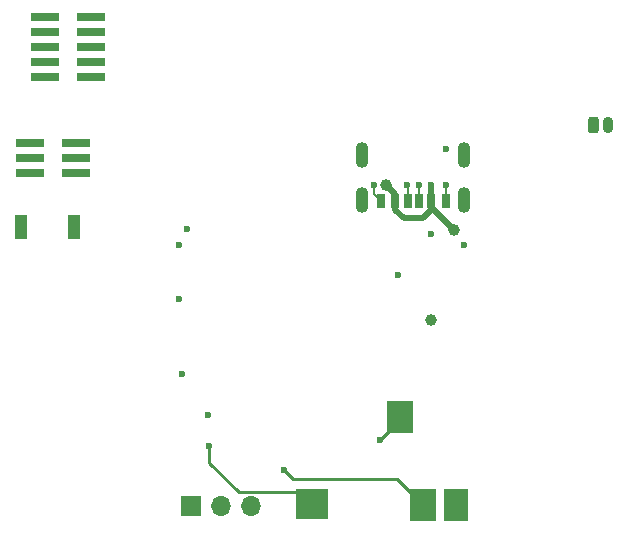
<source format=gbr>
%TF.GenerationSoftware,KiCad,Pcbnew,(5.1.8)-1*%
%TF.CreationDate,2021-03-06T05:42:10-08:00*%
%TF.ProjectId,audioboard,61756469-6f62-46f6-9172-642e6b696361,rev?*%
%TF.SameCoordinates,Original*%
%TF.FileFunction,Copper,L4,Bot*%
%TF.FilePolarity,Positive*%
%FSLAX46Y46*%
G04 Gerber Fmt 4.6, Leading zero omitted, Abs format (unit mm)*
G04 Created by KiCad (PCBNEW (5.1.8)-1) date 2021-03-06 05:42:10*
%MOMM*%
%LPD*%
G01*
G04 APERTURE LIST*
%TA.AperFunction,ComponentPad*%
%ADD10O,0.900000X1.400000*%
%TD*%
%TA.AperFunction,SMDPad,CuDef*%
%ADD11R,1.050000X2.000000*%
%TD*%
%TA.AperFunction,SMDPad,CuDef*%
%ADD12R,2.400000X0.740000*%
%TD*%
%TA.AperFunction,SMDPad,CuDef*%
%ADD13R,2.200000X2.800000*%
%TD*%
%TA.AperFunction,SMDPad,CuDef*%
%ADD14R,2.800000X2.600000*%
%TD*%
%TA.AperFunction,SMDPad,CuDef*%
%ADD15R,2.000000X2.800000*%
%TD*%
%TA.AperFunction,ComponentPad*%
%ADD16O,1.700000X1.700000*%
%TD*%
%TA.AperFunction,ComponentPad*%
%ADD17R,1.700000X1.700000*%
%TD*%
%TA.AperFunction,SMDPad,CuDef*%
%ADD18R,0.800000X1.200000*%
%TD*%
%TA.AperFunction,SMDPad,CuDef*%
%ADD19R,0.760000X1.200000*%
%TD*%
%TA.AperFunction,SMDPad,CuDef*%
%ADD20R,0.700000X1.200000*%
%TD*%
%TA.AperFunction,ComponentPad*%
%ADD21O,1.100000X2.200000*%
%TD*%
%TA.AperFunction,ViaPad*%
%ADD22C,0.600000*%
%TD*%
%TA.AperFunction,ViaPad*%
%ADD23C,1.000000*%
%TD*%
%TA.AperFunction,Conductor*%
%ADD24C,0.200000*%
%TD*%
%TA.AperFunction,Conductor*%
%ADD25C,0.241300*%
%TD*%
%TA.AperFunction,Conductor*%
%ADD26C,0.500000*%
%TD*%
G04 APERTURE END LIST*
D10*
%TO.P,J2,2*%
%TO.N,GND*%
X113518000Y-75184000D03*
%TO.P,J2,1*%
%TO.N,VBAT*%
%TA.AperFunction,ComponentPad*%
G36*
G01*
X111818000Y-75659000D02*
X111818000Y-74709000D01*
G75*
G02*
X112043000Y-74484000I225000J0D01*
G01*
X112493000Y-74484000D01*
G75*
G02*
X112718000Y-74709000I0J-225000D01*
G01*
X112718000Y-75659000D01*
G75*
G02*
X112493000Y-75884000I-225000J0D01*
G01*
X112043000Y-75884000D01*
G75*
G02*
X111818000Y-75659000I0J225000D01*
G01*
G37*
%TD.AperFunction*%
%TD*%
D11*
%TO.P,SW1,1*%
%TO.N,Reset*%
X63815000Y-83820000D03*
%TO.P,SW1,2*%
%TO.N,GND*%
X68265000Y-83820000D03*
%TD*%
D12*
%TO.P,J6,6*%
%TO.N,IO0*%
X68498000Y-76708000D03*
%TO.P,J6,5*%
%TO.N,RXD0*%
X64598000Y-76708000D03*
%TO.P,J6,4*%
%TO.N,GND*%
X68498000Y-77978000D03*
%TO.P,J6,3*%
%TO.N,TXD0*%
X64598000Y-77978000D03*
%TO.P,J6,2*%
%TO.N,Net-(J6-Pad2)*%
X68498000Y-79248000D03*
%TO.P,J6,1*%
%TO.N,Reset*%
X64598000Y-79248000D03*
%TD*%
%TO.P,J5,10*%
%TO.N,Net-(J5-Pad10)*%
X69768000Y-66040000D03*
%TO.P,J5,9*%
%TO.N,GND*%
X65868000Y-66040000D03*
%TO.P,J5,8*%
%TO.N,MTDI*%
X69768000Y-67310000D03*
%TO.P,J5,7*%
%TO.N,GND*%
X65868000Y-67310000D03*
%TO.P,J5,6*%
%TO.N,MTDO*%
X69768000Y-68580000D03*
%TO.P,J5,5*%
%TO.N,GND*%
X65868000Y-68580000D03*
%TO.P,J5,4*%
%TO.N,MTCK*%
X69768000Y-69850000D03*
%TO.P,J5,3*%
%TO.N,GND*%
X65868000Y-69850000D03*
%TO.P,J5,2*%
%TO.N,MTMS*%
X69768000Y-71120000D03*
%TO.P,J5,1*%
%TO.N,Net-(J5-Pad1)*%
X65868000Y-71120000D03*
%TD*%
D13*
%TO.P,J4,4*%
%TO.N,GNDA*%
X97822000Y-107332000D03*
%TO.P,J4,3*%
%TO.N,HP_R*%
X95922000Y-99932000D03*
D14*
%TO.P,J4,2*%
%TO.N,HP_L*%
X88422000Y-107232000D03*
D15*
%TO.P,J4,1*%
%TO.N,HP_MIC*%
X100622000Y-107332000D03*
%TD*%
D16*
%TO.P,J3,3*%
%TO.N,LINEIN_L*%
X83312000Y-107442000D03*
%TO.P,J3,2*%
%TO.N,LINEIN_R*%
X80772000Y-107442000D03*
D17*
%TO.P,J3,1*%
%TO.N,GNDA*%
X78232000Y-107442000D03*
%TD*%
D18*
%TO.P,J1,B12*%
%TO.N,GND*%
X94278000Y-81614000D03*
%TO.P,J1,A12*%
X99778000Y-81614000D03*
D19*
%TO.P,J1,B9*%
%TO.N,VBUS*%
X95508000Y-81614000D03*
%TO.P,J1,A9*%
X98548000Y-81614000D03*
D20*
%TO.P,J1,A5*%
%TO.N,Net-(J1-PadA5)*%
X96528000Y-81614000D03*
%TO.P,J1,B5*%
%TO.N,Net-(J1-PadB5)*%
X97528000Y-81614000D03*
D21*
%TO.P,J1,S1*%
%TO.N,GND*%
X92708000Y-81534000D03*
%TO.P,J1,S2*%
X101348000Y-81534000D03*
%TO.P,J1,S3*%
X92708000Y-77734000D03*
%TO.P,J1,S4*%
X101348000Y-77734000D03*
%TD*%
D22*
%TO.N,GND*%
X99822000Y-77216000D03*
X99822000Y-80264000D03*
X93726000Y-80264000D03*
X101346000Y-85344000D03*
X98552000Y-84420000D03*
X95758000Y-87884000D03*
X77216000Y-89916000D03*
X77216000Y-85344000D03*
X77470000Y-96266000D03*
%TO.N,+3V3*%
X77862685Y-83997724D03*
D23*
X98552000Y-91694000D03*
D22*
%TO.N,GNDA*%
X79672265Y-99738265D03*
X86106000Y-104394000D03*
D23*
%TO.N,VBUS*%
X94742000Y-80264000D03*
D22*
X98552000Y-80264000D03*
D23*
X100477002Y-84074000D03*
D22*
%TO.N,HP_R*%
X94234000Y-101854000D03*
%TO.N,HP_L*%
X79756000Y-102362000D03*
%TO.N,Net-(J1-PadA5)*%
X96520000Y-80264000D03*
%TO.N,Net-(J1-PadB5)*%
X97536000Y-80264000D03*
%TD*%
D24*
%TO.N,GND*%
X99778000Y-80308000D02*
X99822000Y-80264000D01*
X99778000Y-81614000D02*
X99778000Y-80308000D01*
X93726000Y-81062000D02*
X93726000Y-80264000D01*
X94278000Y-81614000D02*
X93726000Y-81062000D01*
D25*
%TO.N,GNDA*%
X86868000Y-105156000D02*
X86106000Y-104394000D01*
X95646000Y-105156000D02*
X86868000Y-105156000D01*
X97822000Y-107332000D02*
X95646000Y-105156000D01*
D26*
%TO.N,VBUS*%
X98548000Y-82354002D02*
X98548000Y-81614000D01*
X97844002Y-83058000D02*
X98548000Y-82354002D01*
X96211998Y-83058000D02*
X97844002Y-83058000D01*
X95508000Y-82354002D02*
X96211998Y-83058000D01*
X95508000Y-81614000D02*
X95508000Y-82354002D01*
X98548000Y-81614000D02*
X98548000Y-82038000D01*
X95508000Y-81030000D02*
X94742000Y-80264000D01*
X95508000Y-81614000D02*
X95508000Y-81030000D01*
X98548000Y-80268000D02*
X98552000Y-80264000D01*
X98548000Y-81614000D02*
X98548000Y-80268000D01*
X98548000Y-82144998D02*
X100477002Y-84074000D01*
X98548000Y-81614000D02*
X98548000Y-82144998D01*
D25*
%TO.N,HP_R*%
X95922000Y-100166000D02*
X95922000Y-99932000D01*
X94234000Y-101854000D02*
X95922000Y-100166000D01*
%TO.N,HP_L*%
X87461349Y-106271349D02*
X88422000Y-107232000D01*
X82238785Y-106271349D02*
X87461349Y-106271349D01*
X79756000Y-103788564D02*
X82238785Y-106271349D01*
X79756000Y-102362000D02*
X79756000Y-103788564D01*
D24*
%TO.N,Net-(J1-PadA5)*%
X96528000Y-80272000D02*
X96520000Y-80264000D01*
X96528000Y-81614000D02*
X96528000Y-80272000D01*
%TO.N,Net-(J1-PadB5)*%
X97528000Y-80272000D02*
X97536000Y-80264000D01*
X97528000Y-81614000D02*
X97528000Y-80272000D01*
%TD*%
M02*

</source>
